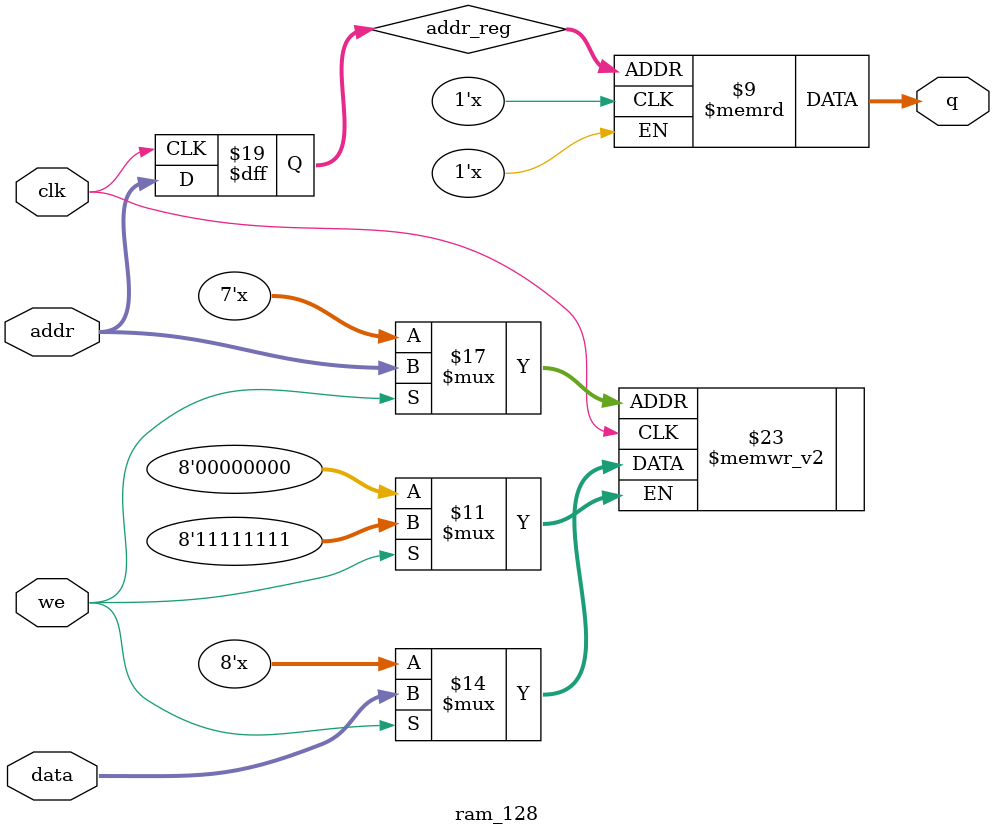
<source format=sv>
`timescale 1ns / 1ns


module TestBench();
    
logic clk, clk2;
logic rst;

logic [15:0] MEM_ADDR;
logic [7:0] DATA_in [0:31];
logic [7:0] DATA_out;
logic RD; logic WR; logic HALT; logic INTQ;
logic [7:0] DATA_brom;
logic [14:0] LCD_ADDR;
logic [1:0] LCD_PIXEL;
logic [7:0] IN_BCD, OUT_BCD;
logic [7:0] joypad;

logic [1:0] AAAA [1:0];
logic B1, B2, B3, B4;
assign B1 = AAAA[0][0];
assign B2 = AAAA[1][0];
assign B3 = AAAA[0][1];
assign B4 = AAAA[1][1];

//GB_Z80_SINGLE GB_Z80_CPU(.clk(clk), .rst(rst), .ADDR(MEM_ADDR), .DATA_in(DATA_brom), .DATA_out(DATA_out), .*); 

initial begin

    AAAA[0] <= 2'b11;
    AAAA[1] <= 2'b00;
    //$readmemh("dmg_boot.mem", boot_rom, 0, 255);
//    for (int i = 0; i < 32; i++)
//        DATA_in [i] <= 8'h00;
//    DATA_in[1] <= 8'h01;
//    DATA_in[2] <= 8'h12;
//    DATA_in[3] <= 8'h34;
//    DATA_in[4] <= 8'h03;
//    DATA_in[5] <= 8'h04;
//    DATA_in[6] <= 8'h05;
//    DATA_in[7] <= 8'h06;
//    DATA_in[8] <= 8'hAB;
//    DATA_in[9] <= 8'h07;
//    DATA_in[10] <= 8'h08;
//    DATA_in[13] <= 8'h09;
//    DATA_in[14] <= 8'h02;
//    DATA_in[15] <= 8'h01;
//    DATA_in[16] <= 8'h01;
//    DATA_in[17] <= 8'h00;
//    DATA_in[18] <= 8'h0A;
//    DATA_in[19] <= 8'h0B;
//    DATA_in[20] <= 8'h0C;
//    DATA_in[21] <= 8'h0D;
//    DATA_in[22] <= 8'h0E;
    IN_BCD <= 8'hFF;
//    DATA_in[23] <= 8'h33;
//    DATA_in[24] <= 8'h0F;
//    DATA_in[25] <= 8'h18;
//    DATA_in[26] <= 8'hFE;
    clk <= 0;
    clk2 <= 0;
    rst <= 1;
    joypad <= 0;
    #20 rst <= 0;
    //#2665000 $finish; // wait for vertical blank boot rom $0x0064
    //#2711100 $finish;//First Fetch M0
    // #5478400 ADDR 0070 LD C0x13
    //# 5479080 $finish;// 0x0088 SUB
   // LD FE50 to disable rom
    //#235061200 $finish; // 03 test op hl jp C000
   // #238391550 $finish; // 03 test op hl $CB21 POP HL
   //#338391550 $finish;
   //#251578800 $finish; // $C67C LD a16 SP 
   //#255246000 $finish; //$DEFB JP Z C67D
     //#259340000 $finish; // RST 0
//      #1138469109 joypad[4] <= 1;
//      #100000000 joypad[4] <= 0;
//      #100000000 joypad[4] <= 1;
//      #100000000 joypad[4] <= 0;
       #1048641959 $finish;
      //#100000000 joypad[4] <= 1;
      //#100000000 joypad[4] <= 0;
      //#2138469109 $finish; // RST 0
end

logic DE1_VGA_CLK;
assign DE1_VGA_CLK = clk;
//brom boot_rom(.addr(MEM_ADDR[7:0]), .clk(~clk), .data(DATA_brom));


logic [15:0] CART_ADDR;
logic [25:0] MBC1_ADDR;
logic [7:0] CART_DATA;
logic [7:0] MBC_CART_DATA_in, MBC1_DATA_out;
logic CART_RD;
logic CART_WR;
logic CART_CS;
logic MBC1_RD;
logic MBC1_WR;

logic [7:0] CART_DATA_int;
logic [7:0] CART_DATA_out;
logic [7:0] CART_RAM_DATA;
logic [7:0] CART_ROM_DATA;

logic [14:0] CART_ADDR_int;
assign CART_DATA = CART_RD ? CART_DATA_int : 8'hFF;
//assign CART_ADDR_int = CART_RD ? CART_ADDR : 0;
MBC1 GB_MBC1( .clk(clk2), .reset(rst), .CART_ADDR(CART_ADDR), .CART_DATA_in(CART_DATA), .CART_DATA_out(CART_DATA_out),
              .CART_RD(CART_RD), .CART_WR(CART_WR), .MBC1_ADDR(MBC1_ADDR), .MBC1_RD(MBC1_RD), .MBC1_WR(MBC1_WR), 
              .MBC1_DATA_in(CART_DATA_int), .MBC1_DATA_out(MBC1_DATA_out), .NUM_ROM_BANK(8'd32), .NUM_RAM_BANK(8'd4));
Tetris_ROM CART(.addr(MBC1_ADDR), .clk(~clk), .data(CART_ROM_DATA));

ram_128 CART_RAM(.data(MBC1_DATA_out), .we(MBC1_WR), .clk(clk2), .q(CART_RAM_DATA), .addr(MBC1_ADDR[6:0]));
assign CART_DATA_int = MBC1_ADDR >= 26'h2000000 ? CART_RAM_DATA : CART_ROM_DATA;


Top GameBoy(.*);
//logic [7:0] VGA_R, VGA_G, VGA_B;
//vga_ball vga_ball(.clk(clk), .reset(rst), .VGA_R(VGA_R), .VGA_G(VGA_G), .VGA_B(VGA_B));

always @(*)
begin
    #5 clk <= !clk;
    #1 clk2 <= !clk2;
end

endmodule

module ram_128
#(parameter DATA_WIDTH=8, parameter ADDR_WIDTH=7)
(
	input [(DATA_WIDTH-1):0] data,
	input [(ADDR_WIDTH-1):0] addr,
	input we, clk,
	output [(DATA_WIDTH-1):0] q
);

	// Declare the RAM variable
	reg [DATA_WIDTH-1:0] ram[127:0];

	// Variable to hold the registered read address
	reg [ADDR_WIDTH-1:0] addr_reg;

	always @ (posedge clk)
	begin
		// Write
		if (we)
			ram[addr] <= data;

		addr_reg <= addr;
	end

	// Continuous assignment implies read returns NEW data.
	// This is the natural behavior of the TriMatrix memory
	// blocks in Single Port mode.  
	assign q = ram[addr_reg];

endmodule

</source>
